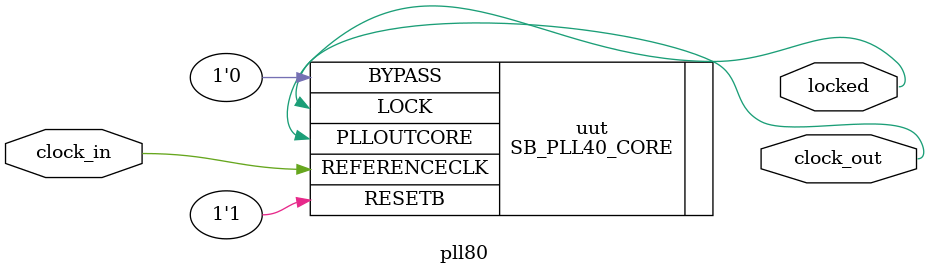
<source format=v>
/**
 * PLL configuration
 *
 * This Verilog module was generated automatically
 * using the icepll tool from the IceStorm project.
 * Use at your own risk.
 *
 * Given input frequency:        25.000 MHz
 * Requested output frequency:   80.000 MHz
 * Achieved output frequency:    79.688 MHz
 */

module pll80(
	input  clock_in,
	output clock_out,
	output locked
	);

SB_PLL40_CORE #(
		.FEEDBACK_PATH("SIMPLE"),
		.DIVR(4'b0001),		// DIVR =  1
		.DIVF(7'b0110010),	// DIVF = 50
		.DIVQ(3'b011),		// DIVQ =  3
		.FILTER_RANGE(3'b001)	// FILTER_RANGE = 1
	) uut (
		.LOCK(locked),
		.RESETB(1'b1),
		.BYPASS(1'b0),
		.REFERENCECLK(clock_in),
		.PLLOUTCORE(clock_out)
		);

endmodule

</source>
